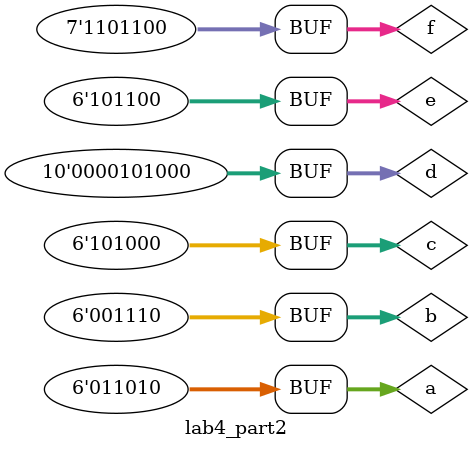
<source format=v>
module lab4_part2;

reg signed [5:0] a,b;
wire [5:0] c;
wire signed [5:0] e;
wire signed [9:0] d;
wire signed [6:0] f;

assign c = a + b;
assign d = a + b;
assign e = a * b;
assign f = a * b;

initial
 	begin
	$monitor("a = %b, b = %b, c = %b, d = %b, e = %b, f = %b",a,b,c,d,e,f);
	a = 1;
	b = 2;
	#10
	a = -3;
	b = 2;
	#10
	a = 2'b11;
	b = 3'b011;
	#10
	a = 5'b01011;
	b = 5'b11001;
	#10
	a = 5'b10x00;
	b = 5'b00000;
	#10
	a = 5'h3A;
	b = 5'hE;
	#10;
	end
endmodule

</source>
